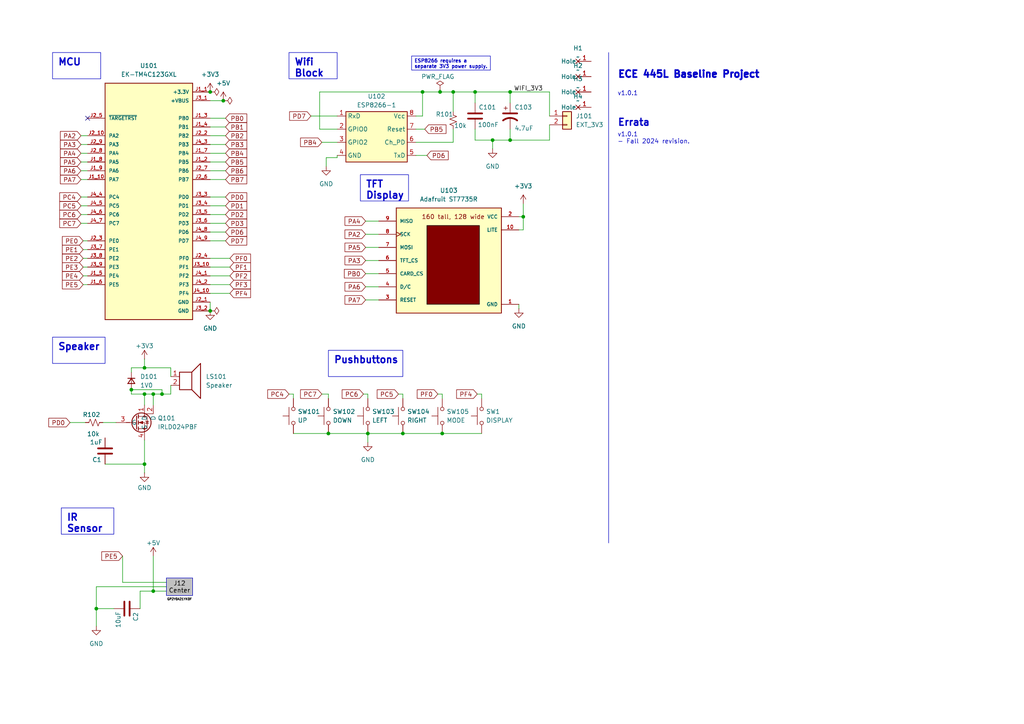
<source format=kicad_sch>
(kicad_sch (version 20231120) (generator "eeschema") (generator_version "8.0")
  (paper "A4")
  (title_block (title "ECE 445L Baseline Project") (date "2024-08-07") (rev "v1.0.1") (company "The University of Texas at Austin"))
  (lib_symbols
    (symbol "Connector_Generic:Conn_01x02" (pin_names (offset 1.016) hide)
      (property "Reference" "J" (at 0 2.54 0))
      (property "Value" "Conn_01x02" (at 0 -5.08 0))
      (symbol "Conn_01x02_1_1"
        (rectangle (start -1.27 -2.413) (end 0 -2.667) (stroke (width 0.1524)))
        (rectangle (start -1.27 0.127) (end 0 -0.127) (stroke (width 0.1524)))
        (rectangle (start -1.27 1.27) (end 1.27 -3.81) (stroke (width 0.254)) (fill (type background)))
        (pin passive line (at -5.08 0 0) (length 3.81) (name "Pin_1") (number "1"))
        (pin passive line (at -5.08 -2.54 0) (length 3.81) (name "Pin_2") (number "2"))
      )
    )
    (symbol "Device:D_Small" (pin_numbers hide) (pin_names (offset 0.254) hide)
      (property "Reference" "D" (at -1.27 2.032 0))
      (property "Value" "D_Small" (at -3.81 -2.032 0))
      (symbol "D_Small_0_1"
        (polyline (pts (xy -0.762 -1.016) (xy -0.762 1.016)) (stroke (width 0.254)))
        (polyline (pts (xy -0.762 0) (xy 0.762 0)))
        (polyline (pts (xy 0.762 -1.016) (xy -0.762 0) (xy 0.762 1.016) (xy 0.762 -1.016)) (stroke (width 0.254)))
      )
      (symbol "D_Small_1_1"
        (pin passive line (at -2.54 0 0) (length 1.778) (name "K") (number "1"))
        (pin passive line (at 2.54 0 180) (length 1.778) (name "A") (number "2"))
      )
    )
    (symbol "Device:Speaker" (pin_names (offset 0) hide)
      (property "Reference" "LS" (at 1.27 5.715 0))
      (property "Value" "Speaker" (at 1.27 3.81 0))
      (symbol "Speaker_0_0"
        (rectangle (start -2.54 1.27) (end 1.016 -3.81) (stroke (width 0.254)))
        (polyline (pts (xy 1.016 1.27) (xy 3.556 3.81) (xy 3.556 -6.35) (xy 1.016 -3.81)) (stroke (width 0.254)))
      )
      (symbol "Speaker_1_1"
        (pin input line (at -5.08 0 0) (length 2.54) (name "1") (number "1"))
        (pin input line (at -5.08 -2.54 0) (length 2.54) (name "2") (number "2"))
      )
    )
    (symbol "ECE445L:Adafruit_ST7735R" (pin_names (offset 1.016))
      (property "Reference" "U?" (at -15.24 16.002 0))
      (property "Value" "Adafruit ST7735R" (at -15.24 -17.78 0))
      (symbol "Adafruit_ST7735R_0_0"
        (rectangle (start -15.24 15.24) (end 15.24 -15.24) (stroke (width 0.254)) (fill (type background)))
      )
      (symbol "Adafruit_ST7735R_1_0"
        (pin power_in line (at 20.32 -12.7 180) (length 5.08) (name "GND") (number "1"))
        (pin power_in line (at 20.32 8.89 180) (length 5.08) (name "LITE") (number "10"))
        (pin power_in line (at 20.32 12.7 180) (length 5.08) (name "VCC") (number "2"))
        (pin input line (at -20.32 -11.43 0) (length 5.08) (name "RESET") (number "3"))
        (pin input line (at -20.32 -7.62 0) (length 5.08) (name "D/C") (number "4"))
        (pin input line (at -20.32 -3.81 0) (length 5.08) (name "CARD_CS") (number "5"))
        (pin input line (at -20.32 0 0) (length 5.08) (name "TFT_CS") (number "6"))
        (pin input line (at -20.32 3.81 0) (length 5.08) (name "MOSI") (number "7"))
        (pin input clock (at -20.32 7.62 0) (length 5.08) (name "SCK") (number "8"))
        (pin output line (at -20.32 11.43 0) (length 5.08) (name "MISO") (number "9"))
      )
      (symbol "Adafruit_ST7735R_1_1"
        (rectangle (start -6.35 10.16) (end 8.89 -12.7) (stroke (width 0) (color 0 0 0 1)) (fill (type color) (color 132 0 0 1)))
        (text "160 tall, 128 wide" (at 1.27 12.7 0) (effects (font (size 1.27 1.27))))
      )
    )
    (symbol "ECE445L:C" (pin_numbers hide) (pin_names (offset 0.254))
      (property "Reference" "C" (at 0.635 2.54 0))
      (property "Value" "C" (at 0.635 -2.54 0))
      (symbol "C_0_1"
        (polyline (pts (xy -2.032 -0.762) (xy 2.032 -0.762)) (stroke (width 0.508)))
        (polyline (pts (xy -2.032 0.762) (xy 2.032 0.762)) (stroke (width 0.508)))
      )
      (symbol "C_1_1"
        (pin passive line (at 0 3.81 270) (length 2.794) (name "~") (number "1"))
        (pin passive line (at 0 -3.81 90) (length 2.794) (name "~") (number "2"))
      )
    )
    (symbol "ECE445L:C_Polarized" (pin_numbers hide) (pin_names (offset 0.254) hide)
      (property "Reference" "C" (at 0.635 2.54 0))
      (property "Value" "C_Polarized" (at 0.635 -2.54 0))
      (symbol "C_Polarized_0_1"
        (polyline (pts (xy -2.032 0.762) (xy 2.032 0.762)) (stroke (width 0.508)))
        (polyline (pts (xy -1.778 2.286) (xy -0.762 2.286)))
        (polyline (pts (xy -1.27 1.778) (xy -1.27 2.794)))
        (arc (start 2.032 -1.27) (mid 0 -0.5572) (end -2.032 -1.27) (stroke (width 0.508)))
      )
      (symbol "C_Polarized_1_1"
        (pin passive line (at 0 3.81 270) (length 2.794) (name "~") (number "1"))
        (pin passive line (at 0 -3.81 90) (length 3.302) (name "~") (number "2"))
      )
    )
    (symbol "ECE445L:EK-TM4C123GXL" (pin_names (offset 1.016))
      (property "Reference" "U?" (at -12.7367 34.3099 0))
      (property "Value" "EK-TM4C123GXL" (at -12.7129 -38.1075 0))
      (symbol "EK-TM4C123GXL_0_0"
        (rectangle (start -12.7 -35.56) (end 12.7 33.02) (stroke (width 0.254)) (fill (type background)))
        (pin power_in line (at 17.78 30.48 180) (length 5.08) (name "+3.3V") (number "J1_1"))
        (pin bidirectional line (at -17.78 5.08 0) (length 5.08) (name "PA7") (number "J1_10"))
        (pin bidirectional line (at 17.78 22.86 180) (length 5.08) (name "PB0") (number "J1_3"))
        (pin bidirectional line (at 17.78 20.32 180) (length 5.08) (name "PB1") (number "J1_4"))
        (pin bidirectional line (at -17.78 -22.86 0) (length 5.08) (name "PE4") (number "J1_5"))
        (pin bidirectional line (at -17.78 -25.4 0) (length 5.08) (name "PE5") (number "J1_6"))
        (pin bidirectional line (at 17.78 12.7 180) (length 5.08) (name "PB4") (number "J1_7"))
        (pin bidirectional line (at -17.78 10.16 0) (length 5.08) (name "PA5") (number "J1_8"))
        (pin bidirectional line (at -17.78 7.62 0) (length 5.08) (name "PA6") (number "J1_9"))
        (pin power_in line (at 17.78 -30.48 180) (length 5.08) (name "GND") (number "J2_1"))
        (pin bidirectional line (at -17.78 17.78 0) (length 5.08) (name "PA2") (number "J2_10"))
        (pin bidirectional line (at 17.78 17.78 180) (length 5.08) (name "PB2") (number "J2_2"))
        (pin bidirectional line (at -17.78 -12.7 0) (length 5.08) (name "PE0") (number "J2_3"))
        (pin bidirectional line (at 17.78 -17.78 180) (length 5.08) (name "PF0") (number "J2_4"))
        (pin input line (at -17.78 22.86 0) (length 5.08) (name "~{TARGETRST}") (number "J2_5"))
        (pin bidirectional line (at 17.78 5.08 180) (length 5.08) (name "PB7") (number "J2_6"))
        (pin bidirectional line (at 17.78 7.62 180) (length 5.08) (name "PB6") (number "J2_7"))
        (pin bidirectional line (at -17.78 12.7 0) (length 5.08) (name "PA4") (number "J2_8"))
        (pin bidirectional line (at -17.78 15.24 0) (length 5.08) (name "PA3") (number "J2_9"))
        (pin power_in line (at 17.78 27.94 180) (length 5.08) (name "+VBUS") (number "J3_1"))
        (pin bidirectional line (at 17.78 -20.32 180) (length 5.08) (name "PF1") (number "J3_10"))
        (pin power_in line (at 17.78 -33.02 180) (length 5.08) (name "GND") (number "J3_2"))
        (pin bidirectional line (at 17.78 0 180) (length 5.08) (name "PD0") (number "J3_3"))
        (pin bidirectional line (at 17.78 -2.54 180) (length 5.08) (name "PD1") (number "J3_4"))
        (pin bidirectional line (at 17.78 -5.08 180) (length 5.08) (name "PD2") (number "J3_5"))
        (pin bidirectional line (at 17.78 -7.62 180) (length 5.08) (name "PD3") (number "J3_6"))
        (pin bidirectional line (at -17.78 -15.24 0) (length 5.08) (name "PE1") (number "J3_7"))
        (pin bidirectional line (at -17.78 -17.78 0) (length 5.08) (name "PE2") (number "J3_8"))
        (pin bidirectional line (at -17.78 -20.32 0) (length 5.08) (name "PE3") (number "J3_9"))
        (pin bidirectional line (at 17.78 -22.86 180) (length 5.08) (name "PF2") (number "J4_1"))
        (pin bidirectional line (at 17.78 -27.94 180) (length 5.08) (name "PF4") (number "J4_10"))
        (pin bidirectional line (at 17.78 -25.4 180) (length 5.08) (name "PF3") (number "J4_2"))
        (pin bidirectional line (at 17.78 15.24 180) (length 5.08) (name "PB3") (number "J4_3"))
        (pin bidirectional line (at -17.78 0 0) (length 5.08) (name "PC4") (number "J4_4"))
        (pin bidirectional line (at -17.78 -2.54 0) (length 5.08) (name "PC5") (number "J4_5"))
        (pin bidirectional line (at -17.78 -5.08 0) (length 5.08) (name "PC6") (number "J4_6"))
        (pin bidirectional line (at -17.78 -7.62 0) (length 5.08) (name "PC7") (number "J4_7"))
        (pin bidirectional line (at 17.78 -10.16 180) (length 5.08) (name "PD6") (number "J4_8"))
        (pin bidirectional line (at 17.78 -12.7 180) (length 5.08) (name "PD7") (number "J4_9"))
      )
      (symbol "EK-TM4C123GXL_1_0"
        (pin bidirectional line (at 17.78 10.16 180) (length 5.08) (name "PB5") (number "J1_2"))
      )
    )
    (symbol "ECE445L:ESP8266-1"
      (property "Reference" "U" (at 0 0 0))
      (property "Value" "ESP8266-1" (at 0 8.255 0))
      (symbol "ESP8266-1_1_1"
        (rectangle (start -8.255 6.985) (end 9.525 -7.62) (stroke (width 0.254)) (fill (type background)))
        (pin passive line (at -10.795 5.715 0) (length 2.54) (name "RxD") (number "1"))
        (pin passive line (at -10.795 1.905 0) (length 2.54) (name "GPIO0") (number "2"))
        (pin passive line (at -10.795 -1.905 0) (length 2.54) (name "GPIO2") (number "3"))
        (pin passive line (at -10.795 -5.715 0) (length 2.54) (name "GND") (number "4"))
        (pin passive line (at 12.065 -5.715 180) (length 2.54) (name "TxD") (number "5"))
        (pin passive line (at 12.065 -1.905 180) (length 2.54) (name "Ch_PD") (number "6"))
        (pin passive line (at 12.065 1.905 180) (length 2.54) (name "Reset") (number "7"))
        (pin passive line (at 12.065 5.715 180) (length 2.54) (name "Vcc") (number "8"))
      )
    )
    (symbol "ECE445L:IRLD024PBF"
      (property "Reference" "Q" (at 6.35 5.715 0))
      (property "Value" "IRLD024PBF" (at 16.51 -1.905 0))
      (symbol "IRLD024PBF_0_1"
        (polyline (pts (xy 11.43 0.635) (xy 8.636 0.635)))
        (polyline (pts (xy 11.684 2.54) (xy 11.684 -1.27)) (stroke (width 0.254)))
        (polyline (pts (xy 12.192 -0.635) (xy 12.192 -1.651)) (stroke (width 0.254)))
        (polyline (pts (xy 12.192 1.143) (xy 12.192 0.127)) (stroke (width 0.254)))
        (polyline (pts (xy 12.192 2.921) (xy 12.192 1.905)) (stroke (width 0.254)))
        (polyline (pts (xy 13.97 3.175) (xy 13.97 2.413)))
        (polyline (pts (xy 16.51 3.175) (xy 13.97 3.175)))
        (polyline (pts (xy 13.97 -1.905) (xy 13.97 0.635) (xy 12.192 0.635)))
        (polyline (pts (xy 12.192 -1.143) (xy 14.732 -1.143) (xy 14.732 2.413) (xy 12.192 2.413)))
        (polyline (pts (xy 12.446 0.635) (xy 13.462 1.016) (xy 13.462 0.254) (xy 12.446 0.635)) (fill (type outline)))
        (polyline (pts (xy 14.224 1.143) (xy 14.351 1.016) (xy 15.113 1.016) (xy 15.24 0.889)))
        (polyline (pts (xy 14.732 1.016) (xy 14.351 0.381) (xy 15.113 0.381) (xy 14.732 1.016)))
        (circle (center 13.081 0.635) (radius 2.794) (stroke (width 0.254)))
        (circle (center 13.97 -1.143) (radius 0.254) (fill (type outline)))
        (circle (center 13.97 2.413) (radius 0.254) (fill (type outline)))
      )
      (symbol "IRLD024PBF_1_1"
        (pin passive line (at 13.97 5.715 270) (length 2.54) (name "D") (number "1"))
        (pin passive line (at 16.51 5.715 270) (length 2.54) (name "D") (number "2"))
        (pin input line (at 5.715 0.635 0) (length 4) (name "G") (number "3"))
        (pin passive line (at 13.97 -4.445 90) (length 2.54) (name "S") (number "4"))
      )
    )
    (symbol "ECE445L:MountingHole"
      (property "Reference" "H" (at 0 0 0))
      (symbol "MountingHole_1_1"
        (pin power_in non_logic (at 0 0 180) (length 3.81) (name "Hole") (number "1"))
      )
    )
    (symbol "ECE445L:R_0.125W" (pin_numbers hide) (pin_names (offset 0.254) hide)
      (property "Reference" "R" (at 0.762 0.508 0))
      (property "Value" "R_0.125W" (at 0.762 -1.016 0))
      (symbol "R_0.125W_1_1"
        (polyline (pts (xy 0 0) (xy 1.016 -0.381) (xy 0 -0.762) (xy -1.016 -1.143) (xy 0 -1.524)))
        (polyline (pts (xy 0 1.524) (xy 1.016 1.143) (xy 0 0.762) (xy -1.016 0.381) (xy 0 0)))
        (pin passive line (at 0 2.54 270) (length 1.016) (name "~") (number "1"))
        (pin passive line (at 0 -2.54 90) (length 1.016) (name "~") (number "2"))
      )
    )
    (symbol "Switch:SW_Push" (pin_numbers hide) (pin_names (offset 1.016) hide)
      (property "Reference" "SW" (at 1.27 2.54 0))
      (property "Value" "SW_Push" (at 0 -1.524 0))
      (symbol "SW_Push_0_1"
        (circle (center -2.032 0) (radius 0.508))
        (polyline (pts (xy 0 1.27) (xy 0 3.048)))
        (polyline (pts (xy 2.54 1.27) (xy -2.54 1.27)))
        (circle (center 2.032 0) (radius 0.508))
        (pin passive line (at -5.08 0 0) (length 2.54) (name "1") (number "1"))
        (pin passive line (at 5.08 0 180) (length 2.54) (name "2") (number "2"))
      )
    )
    (symbol "power:+3V3" (power) (pin_numbers hide) (pin_names (offset 0) hide)
      (property "Value" "+3V3" (at 0 3.556 0))
      (symbol "+3V3_0_1"
        (polyline (pts (xy -0.762 1.27) (xy 0 2.54)))
        (polyline (pts (xy 0 0) (xy 0 2.54)))
        (polyline (pts (xy 0 2.54) (xy 0.762 1.27)))
      )
      (symbol "+3V3_1_1"
        (pin power_in line (at 0 0 90) (length 0) (name "~") (number "1"))
      )
    )
    (symbol "power:+5V" (power) (pin_numbers hide) (pin_names (offset 0) hide)
      (property "Value" "+5V" (at 0 3.556 0))
      (symbol "+5V_0_1"
        (polyline (pts (xy -0.762 1.27) (xy 0 2.54)))
        (polyline (pts (xy 0 0) (xy 0 2.54)))
        (polyline (pts (xy 0 2.54) (xy 0.762 1.27)))
      )
      (symbol "+5V_1_1"
        (pin power_in line (at 0 0 90) (length 0) (name "~") (number "1"))
      )
    )
    (symbol "power:GND" (power) (pin_numbers hide) (pin_names (offset 0) hide)
      (property "Value" "GND" (at 0 -3.81 0))
      (symbol "GND_0_1"
        (polyline (pts (xy 0 0) (xy 0 -1.27) (xy 1.27 -1.27) (xy 0 -2.54) (xy -1.27 -1.27) (xy 0 -1.27)))
      )
      (symbol "GND_1_1"
        (pin power_in line (at 0 0 270) (length 0) (name "~") (number "1"))
      )
    )
    (symbol "power:PWR_FLAG" (power) (pin_numbers hide) (pin_names (offset 0) hide)
      (property "Value" "PWR_FLAG" (at 0 3.81 0))
      (symbol "PWR_FLAG_0_0"
        (pin power_out line (at 0 0 90) (length 0) (name "~") (number "1"))
      )
      (symbol "PWR_FLAG_0_1"
        (polyline (pts (xy 0 0) (xy 0 1.27) (xy -1.016 1.905) (xy 0 2.54) (xy 1.016 1.905) (xy 0 1.27)))
      )
    )
  )
  (junction (at 60.96 26.67))
  (junction (at 106.68 125.73))
  (junction (at 127.635 26.67))
  (junction (at 147.955 26.67))
  (junction (at 41.91 134.62))
  (junction (at 41.91 106.68))
  (junction (at 44.45 114.3))
  (junction (at 128.27 125.73))
  (junction (at 122.555 26.67))
  (junction (at 137.795 26.67))
  (junction (at 44.45 171.45))
  (junction (at 147.955 40.64))
  (junction (at 46.99 114.3))
  (junction (at 60.96 90.17))
  (junction (at 41.91 114.3))
  (junction (at 142.875 40.64))
  (junction (at 131.445 26.67))
  (junction (at 95.25 125.73))
  (junction (at 116.84 125.73))
  (junction (at 151.765 62.865))
  (junction (at 64.77 29.21))
  (junction (at 27.94 176.53))
  (junction (at 38.1 113.03))
  (no_connect (at 25.4 34.29))
  (wire (pts (xy 60.96 41.91) (xy 65.405 41.91)))
  (wire (pts (xy 106.045 71.755) (xy 109.855 71.755)))
  (wire (pts (xy 93.345 41.275) (xy 97.79 41.275)))
  (wire (pts (xy 93.345 114.3) (xy 95.25 114.3)))
  (wire (pts (xy 35.56 161.29) (xy 35.56 168.91)))
  (wire (pts (xy 85.09 114.3) (xy 85.09 115.57)))
  (wire (pts (xy 128.27 114.3) (xy 128.27 115.57)))
  (wire (pts (xy 60.96 52.07) (xy 65.405 52.07)))
  (wire (pts (xy 60.96 36.83) (xy 65.405 36.83)))
  (wire (pts (xy 46.99 113.03) (xy 46.99 114.3)))
  (wire (pts (xy 106.68 125.73) (xy 106.68 128.27)))
  (wire (pts (xy 27.94 176.53) (xy 33.02 176.53)))
  (wire (pts (xy 20.32 122.555) (xy 24.765 122.555)))
  (wire (pts (xy 38.1 106.68) (xy 41.91 106.68)))
  (wire (pts (xy 94.615 45.72) (xy 94.615 48.26)))
  (wire (pts (xy 106.045 79.375) (xy 109.855 79.375)))
  (wire (pts (xy 60.96 69.85) (xy 65.405 69.85)))
  (wire (pts (xy 131.445 41.275) (xy 131.445 37.465)))
  (wire (pts (xy 46.99 114.3) (xy 49.53 114.3)))
  (wire (pts (xy 23.495 64.77) (xy 25.4 64.77)))
  (wire (pts (xy 147.955 40.64) (xy 159.385 40.64)))
  (wire (pts (xy 120.65 45.085) (xy 123.825 45.085)))
  (wire (pts (xy 60.96 77.47) (xy 66.675 77.47)))
  (wire (pts (xy 49.53 111.76) (xy 49.53 114.3)))
  (wire (pts (xy 92.71 26.67) (xy 92.71 37.465)))
  (wire (pts (xy 106.045 75.565) (xy 109.855 75.565)))
  (wire (pts (xy 24.13 77.47) (xy 25.4 77.47)))
  (wire (pts (xy 139.7 114.3) (xy 139.7 115.57)))
  (wire (pts (xy 44.45 161.29) (xy 44.45 171.45)))
  (wire (pts (xy 85.09 125.73) (xy 95.25 125.73)))
  (wire (pts (xy 23.495 62.23) (xy 25.4 62.23)))
  (wire (pts (xy 41.91 106.68) (xy 49.53 106.68)))
  (wire (pts (xy 97.79 45.72) (xy 94.615 45.72)))
  (wire (pts (xy 23.495 41.91) (xy 25.4 41.91)))
  (wire (pts (xy 142.875 40.64) (xy 137.795 40.64)))
  (wire (pts (xy 41.91 104.14) (xy 41.91 106.68)))
  (wire (pts (xy 41.91 134.62) (xy 41.91 137.16)))
  (wire (pts (xy 29.845 122.555) (xy 33.655 122.555)))
  (wire (pts (xy 60.96 39.37) (xy 65.405 39.37)))
  (wire (pts (xy 60.96 87.63) (xy 60.96 90.17)))
  (wire (pts (xy 41.91 114.3) (xy 44.45 114.3)))
  (wire (pts (xy 131.445 26.67) (xy 127.635 26.67)))
  (wire (pts (xy 35.56 168.91) (xy 48.26 168.91)))
  (wire (pts (xy 24.13 72.39) (xy 25.4 72.39)))
  (wire (pts (xy 83.82 114.3) (xy 85.09 114.3)))
  (wire (pts (xy 38.1 106.68) (xy 38.1 107.95)))
  (wire (pts (xy 60.96 85.09) (xy 66.675 85.09)))
  (wire (pts (xy 24.13 69.85) (xy 25.4 69.85)))
  (wire (pts (xy 38.1 114.3) (xy 41.91 114.3)))
  (wire (pts (xy 127.635 26.035) (xy 127.635 26.67)))
  (wire (pts (xy 23.495 49.53) (xy 25.4 49.53)))
  (wire (pts (xy 60.96 80.01) (xy 66.675 80.01)))
  (wire (pts (xy 120.65 33.655) (xy 122.555 33.655)))
  (wire (pts (xy 60.96 34.29) (xy 65.405 34.29)))
  (wire (pts (xy 151.765 59.055) (xy 151.765 62.865)))
  (wire (pts (xy 127 114.3) (xy 128.27 114.3)))
  (wire (pts (xy 38.1 113.03) (xy 46.99 113.03)))
  (wire (pts (xy 24.13 80.01) (xy 25.4 80.01)))
  (wire (pts (xy 27.94 176.53) (xy 27.94 170.18)))
  (wire (pts (xy 106.045 67.945) (xy 109.855 67.945)))
  (wire (pts (xy 95.25 114.3) (xy 95.25 115.57)))
  (wire (pts (xy 97.79 45.085) (xy 97.79 45.72)))
  (wire (pts (xy 23.495 39.37) (xy 25.4 39.37)))
  (wire (pts (xy 95.25 125.73) (xy 106.68 125.73)))
  (wire (pts (xy 115.57 114.3) (xy 116.84 114.3)))
  (wire (pts (xy 120.65 37.465) (xy 123.19 37.465)))
  (wire (pts (xy 23.495 44.45) (xy 25.4 44.45)))
  (wire (pts (xy 138.43 114.3) (xy 139.7 114.3)))
  (wire (pts (xy 90.17 33.655) (xy 97.79 33.655)))
  (wire (pts (xy 60.96 29.21) (xy 64.77 29.21)))
  (wire (pts (xy 142.875 40.64) (xy 147.955 40.64)))
  (wire (pts (xy 137.795 26.67) (xy 131.445 26.67)))
  (wire (pts (xy 106.045 64.135) (xy 109.855 64.135)))
  (polyline (pts (xy 176.53 15.24) (xy 176.53 157.48)))
  (wire (pts (xy 24.13 82.55) (xy 25.4 82.55)))
  (wire (pts (xy 23.495 52.07) (xy 25.4 52.07)))
  (wire (pts (xy 106.045 83.185) (xy 109.855 83.185)))
  (wire (pts (xy 151.765 66.675) (xy 151.765 62.865)))
  (wire (pts (xy 44.45 171.45) (xy 48.26 171.45)))
  (wire (pts (xy 27.94 181.61) (xy 27.94 176.53)))
  (wire (pts (xy 30.48 134.62) (xy 41.91 134.62)))
  (wire (pts (xy 147.955 26.67) (xy 137.795 26.67)))
  (wire (pts (xy 106.045 86.995) (xy 109.855 86.995)))
  (wire (pts (xy 44.45 114.3) (xy 46.99 114.3)))
  (wire (pts (xy 23.495 46.99) (xy 25.4 46.99)))
  (wire (pts (xy 105.41 114.3) (xy 106.68 114.3)))
  (wire (pts (xy 127.635 26.67) (xy 122.555 26.67)))
  (wire (pts (xy 116.84 125.73) (xy 128.27 125.73)))
  (wire (pts (xy 150.495 66.675) (xy 151.765 66.675)))
  (wire (pts (xy 137.795 40.64) (xy 137.795 37.465)))
  (wire (pts (xy 159.385 36.195) (xy 159.385 40.64)))
  (wire (pts (xy 97.79 37.465) (xy 92.71 37.465)))
  (wire (pts (xy 60.96 64.77) (xy 65.405 64.77)))
  (wire (pts (xy 150.495 88.265) (xy 150.495 89.535)))
  (wire (pts (xy 137.795 26.67) (xy 137.795 29.845)))
  (wire (pts (xy 120.65 41.275) (xy 131.445 41.275)))
  (wire (pts (xy 41.91 114.3) (xy 41.91 117.475)))
  (wire (pts (xy 142.875 43.18) (xy 142.875 40.64)))
  (wire (pts (xy 106.68 114.3) (xy 106.68 115.57)))
  (wire (pts (xy 122.555 33.655) (xy 122.555 26.67)))
  (wire (pts (xy 40.64 176.53) (xy 40.64 171.45)))
  (wire (pts (xy 60.96 82.55) (xy 66.675 82.55)))
  (wire (pts (xy 60.96 74.93) (xy 66.675 74.93)))
  (wire (pts (xy 116.84 114.3) (xy 116.84 115.57)))
  (wire (pts (xy 106.68 125.73) (xy 116.84 125.73)))
  (wire (pts (xy 131.445 26.67) (xy 131.445 32.385)))
  (wire (pts (xy 44.45 114.3) (xy 44.45 117.475)))
  (wire (pts (xy 60.96 44.45) (xy 65.405 44.45)))
  (wire (pts (xy 60.96 67.31) (xy 65.405 67.31)))
  (wire (pts (xy 60.96 57.15) (xy 65.405 57.15)))
  (wire (pts (xy 27.94 170.18) (xy 48.26 170.18)))
  (wire (pts (xy 23.495 57.15) (xy 25.4 57.15)))
  (wire (pts (xy 49.53 106.68) (xy 49.53 109.22)))
  (wire (pts (xy 41.91 127.635) (xy 41.91 134.62)))
  (wire (pts (xy 147.955 40.64) (xy 147.955 37.465)))
  (wire (pts (xy 60.96 59.69) (xy 65.405 59.69)))
  (wire (pts (xy 147.955 26.67) (xy 147.955 29.845)))
  (wire (pts (xy 122.555 26.67) (xy 92.71 26.67)))
  (wire (pts (xy 23.495 59.69) (xy 25.4 59.69)))
  (wire (pts (xy 40.64 171.45) (xy 44.45 171.45)))
  (wire (pts (xy 60.96 46.99) (xy 65.405 46.99)))
  (wire (pts (xy 128.27 125.73) (xy 139.7 125.73)))
  (wire (pts (xy 159.385 26.67) (xy 159.385 33.655)))
  (wire (pts (xy 150.495 62.865) (xy 151.765 62.865)))
  (wire (pts (xy 60.96 62.23) (xy 65.405 62.23)))
  (wire (pts (xy 60.96 49.53) (xy 65.405 49.53)))
  (wire (pts (xy 24.13 74.93) (xy 25.4 74.93)))
  (wire (pts (xy 159.385 26.67) (xy 147.955 26.67)))
  (wire (pts (xy 38.1 114.3) (xy 38.1 113.03)))
  (rectangle (start 48.26 167.64) (end 55.88 172.72) (fill (type color) (color 193 193 193 1)))
  (text_box "MCU" (at 15.24 15.24 0) (size 13.97 7.62) (effects (font (size 2 2) (thickness 0.4) (bold yes)) (justify left top)))
  (text_box "ESP8266 requires a separate 3V3 power supply." (at 119.38 16.256 0) (size 22.86 4.064) (effects (font (size 1 1) (bold yes)) (justify left top)))
  (text_box "Speaker" (at 15.24 97.79 0) (size 15.24 7.62) (effects (font (size 2 2) (thickness 0.4) (bold yes)) (justify left top)))
  (text_box "Pushbuttons" (at 95.25 101.6 0) (size 21.59 7.62) (effects (font (size 2 2) (thickness 0.4) (bold yes)) (justify left top)))
  (text_box "TFT Display" (at 104.521 50.673 0) (size 13.97 7.62) (effects (font (size 2 2) (thickness 0.4) (bold yes)) (justify left top)))
  (text_box "IR Sensor\n" (at 17.78 147.32 0) (size 15.24 7.62) (effects (font (size 2 2) (thickness 0.4) (bold yes)) (justify left top)))
  (text_box "Wifi Block" (at 83.82 15.24 0) (size 13.97 7.62) (effects (font (size 2 2) (thickness 0.4) (bold yes)) (justify left top)))
  (text "v1.0.1\n- Fall 2024 revision." (at 179.07 41.91 0) (effects (font (size 1.27 1.27)) (justify left bottom)))
  (text "GP2Y0A21YK0F" (at 52.07 173.99 0) (effects (font (size 0.635 0.635))))
  (text "ECE 445L Baseline Project" (at 179.07 22.86 0) (effects (font (size 2 2) (thickness 0.6) (bold yes)) (justify left bottom)))
  (text "v1.0.1" (at 179.07 27.94 0) (effects (font (size 1.27 1.27)) (justify left bottom)))
  (text "J12\nCenter" (at 52.07 170.434 0) (effects (font (size 1.27 1.27))))
  (text "Errata" (at 179.07 36.83 0) (effects (font (size 2 2) (thickness 0.4) (bold yes)) (justify left bottom)))
  (label "WIFI_3V3" (at 157.48 26.67 180))
  (global_label "PC5" (shape input) (at 23.495 59.69 180) (property "Intersheetrefs" "${INTERSHEET_REFS}" (effects (hide yes))))
  (global_label "PB6" (shape input) (at 65.405 49.53 0) (property "Intersheetrefs" "${INTERSHEET_REFS}" (effects (hide yes))))
  (global_label "PB2" (shape input) (at 65.405 39.37 0) (property "Intersheetrefs" "${INTERSHEET_REFS}" (effects (hide yes))))
  (global_label "PA7" (shape input) (at 23.495 52.07 180) (property "Intersheetrefs" "${INTERSHEET_REFS}" (effects (hide yes))))
  (global_label "PA4" (shape input) (at 23.495 44.45 180) (property "Intersheetrefs" "${INTERSHEET_REFS}" (effects (hide yes))))
  (global_label "PB5" (shape input) (at 65.405 46.99 0) (property "Intersheetrefs" "${INTERSHEET_REFS}" (effects (hide yes))))
  (global_label "PB3" (shape input) (at 65.405 41.91 0) (property "Intersheetrefs" "${INTERSHEET_REFS}" (effects (hide yes))))
  (global_label "PD7" (shape input) (at 65.405 69.85 0) (property "Intersheetrefs" "${INTERSHEET_REFS}" (effects (hide yes))))
  (global_label "PE0" (shape input) (at 24.13 69.85 180) (property "Intersheetrefs" "${INTERSHEET_REFS}" (effects (hide yes))))
  (global_label "PD1" (shape input) (at 65.405 59.69 0) (property "Intersheetrefs" "${INTERSHEET_REFS}" (effects (hide yes))))
  (global_label "PE5" (shape input) (at 35.56 161.29 180) (property "Intersheetrefs" "${INTERSHEET_REFS}" (effects (hide yes))))
  (global_label "PF4" (shape input) (at 66.675 85.09 0) (property "Intersheetrefs" "${INTERSHEET_REFS}" (effects (hide yes))))
  (global_label "PE3" (shape input) (at 24.13 77.47 180) (property "Intersheetrefs" "${INTERSHEET_REFS}" (effects (hide yes))))
  (global_label "PC7" (shape input) (at 23.495 64.77 180) (property "Intersheetrefs" "${INTERSHEET_REFS}" (effects (hide yes))))
  (global_label "PA2" (shape input) (at 106.045 67.945 180) (property "Intersheetrefs" "${INTERSHEET_REFS}" (effects (hide yes))))
  (global_label "PD7" (shape input) (at 90.17 33.655 180) (property "Intersheetrefs" "${INTERSHEET_REFS}" (effects (hide yes))))
  (global_label "PB4" (shape input) (at 93.345 41.275 180) (property "Intersheetrefs" "${INTERSHEET_REFS}" (effects (hide yes))))
  (global_label "PC7" (shape input) (at 93.345 114.3 180) (property "Intersheetrefs" "${INTERSHEET_REFS}" (effects (hide yes))))
  (global_label "PF4" (shape input) (at 138.43 114.3 180) (property "Intersheetrefs" "${INTERSHEET_REFS}" (effects (hide yes))))
  (global_label "PE2" (shape input) (at 24.13 74.93 180) (property "Intersheetrefs" "${INTERSHEET_REFS}" (effects (hide yes))))
  (global_label "PA3" (shape input) (at 23.495 41.91 180) (property "Intersheetrefs" "${INTERSHEET_REFS}" (effects (hide yes))))
  (global_label "PE4" (shape input) (at 24.13 80.01 180) (property "Intersheetrefs" "${INTERSHEET_REFS}" (effects (hide yes))))
  (global_label "PC4" (shape input) (at 23.495 57.15 180) (property "Intersheetrefs" "${INTERSHEET_REFS}" (effects (hide yes))))
  (global_label "PB0" (shape input) (at 65.405 34.29 0) (property "Intersheetrefs" "${INTERSHEET_REFS}" (effects (hide yes))))
  (global_label "PE1" (shape input) (at 24.13 72.39 180) (property "Intersheetrefs" "${INTERSHEET_REFS}" (effects (hide yes))))
  (global_label "PF3" (shape input) (at 66.675 82.55 0) (property "Intersheetrefs" "${INTERSHEET_REFS}" (effects (hide yes))))
  (global_label "PC4" (shape input) (at 83.82 114.3 180) (property "Intersheetrefs" "${INTERSHEET_REFS}" (effects (hide yes))))
  (global_label "PD3" (shape input) (at 65.405 64.77 0) (property "Intersheetrefs" "${INTERSHEET_REFS}" (effects (hide yes))))
  (global_label "PC6" (shape input) (at 105.41 114.3 180) (property "Intersheetrefs" "${INTERSHEET_REFS}" (effects (hide yes))))
  (global_label "PD0" (shape input) (at 65.405 57.15 0) (property "Intersheetrefs" "${INTERSHEET_REFS}" (effects (hide yes))))
  (global_label "PB7" (shape input) (at 65.405 52.07 0) (property "Intersheetrefs" "${INTERSHEET_REFS}" (effects (hide yes))))
  (global_label "PD6" (shape input) (at 123.825 45.085 0) (property "Intersheetrefs" "${INTERSHEET_REFS}" (effects (hide yes))))
  (global_label "PA2" (shape input) (at 23.495 39.37 180) (property "Intersheetrefs" "${INTERSHEET_REFS}" (effects (hide yes))))
  (global_label "PA7" (shape input) (at 106.045 86.995 180) (property "Intersheetrefs" "${INTERSHEET_REFS}" (effects (hide yes))))
  (global_label "PD0" (shape input) (at 20.32 122.555 180) (property "Intersheetrefs" "${INTERSHEET_REFS}" (effects (hide yes))))
  (global_label "PA6" (shape input) (at 106.045 83.185 180) (property "Intersheetrefs" "${INTERSHEET_REFS}" (effects (hide yes))))
  (global_label "PF0" (shape input) (at 66.675 74.93 0) (property "Intersheetrefs" "${INTERSHEET_REFS}" (effects (hide yes))))
  (global_label "PC6" (shape input) (at 23.495 62.23 180) (property "Intersheetrefs" "${INTERSHEET_REFS}" (effects (hide yes))))
  (global_label "PC5" (shape input) (at 115.57 114.3 180) (property "Intersheetrefs" "${INTERSHEET_REFS}" (effects (hide yes))))
  (global_label "PE5" (shape input) (at 24.13 82.55 180) (property "Intersheetrefs" "${INTERSHEET_REFS}" (effects (hide yes))))
  (global_label "PF0" (shape input) (at 127 114.3 180) (property "Intersheetrefs" "${INTERSHEET_REFS}" (effects (hide yes))))
  (global_label "PB5" (shape input) (at 123.19 37.465 0) (property "Intersheetrefs" "${INTERSHEET_REFS}" (effects (hide yes))))
  (global_label "PA3" (shape input) (at 106.045 75.565 180) (property "Intersheetrefs" "${INTERSHEET_REFS}" (effects (hide yes))))
  (global_label "PD6" (shape input) (at 65.405 67.31 0) (property "Intersheetrefs" "${INTERSHEET_REFS}" (effects (hide yes))))
  (global_label "PA4" (shape input) (at 106.045 64.135 180) (property "Intersheetrefs" "${INTERSHEET_REFS}" (effects (hide yes))))
  (global_label "PF1" (shape input) (at 66.675 77.47 0) (property "Intersheetrefs" "${INTERSHEET_REFS}" (effects (hide yes))))
  (global_label "PB1" (shape input) (at 65.405 36.83 0) (property "Intersheetrefs" "${INTERSHEET_REFS}" (effects (hide yes))))
  (global_label "PA6" (shape input) (at 23.495 49.53 180) (property "Intersheetrefs" "${INTERSHEET_REFS}" (effects (hide yes))))
  (global_label "PA5" (shape input) (at 106.045 71.755 180) (property "Intersheetrefs" "${INTERSHEET_REFS}" (effects (hide yes))))
  (global_label "PD2" (shape input) (at 65.405 62.23 0) (property "Intersheetrefs" "${INTERSHEET_REFS}" (effects (hide yes))))
  (global_label "PF2" (shape input) (at 66.675 80.01 0) (property "Intersheetrefs" "${INTERSHEET_REFS}" (effects (hide yes))))
  (global_label "PB0" (shape input) (at 106.045 79.375 180) (property "Intersheetrefs" "${INTERSHEET_REFS}" (effects (hide yes))))
  (global_label "PB4" (shape input) (at 65.405 44.45 0) (property "Intersheetrefs" "${INTERSHEET_REFS}" (effects (hide yes))))
  (global_label "PA5" (shape input) (at 23.495 46.99 180) (property "Intersheetrefs" "${INTERSHEET_REFS}" (effects (hide yes))))
  (symbol (lib_id "power:PWR_FLAG") (at 60.96 90.17 270) (unit 1)
    (property "Reference" "#FLG0102" (effects (hide yes)))
    (property "Value" "PWR_FLAG" (effects (hide yes)))
    (property "Description" "Special symbol for telling ERC where power comes from" (effects (hide yes)))
  )
  (symbol (lib_id "Device:D_Small") (at 38.1 110.49 270) (unit 1)
    (property "Reference" "D101" (at 40.64 109.22 90) (effects (justify left)))
    (property "Value" "1V0" (at 40.64 111.76 90) (effects (justify left)))
    (property "Footprint" "Diode_THT:D_5W_P12.70mm_Horizontal" (effects (hide yes)))
    (property "Description" "Diode, small symbol" (effects (hide yes)))
    (property "Cost" "0.10 " (effects (hide yes)))
    (property "Distributor" "Mouser" (effects (hide yes)))
    (property "Manufacturer" "onsemi" (effects (hide yes)))
    (property "P/N" "1N914 " (effects (hide yes)))
    (property "Sim.Device" "D" (effects (hide yes)))
    (property "Sim.Pins" "1=K 2=A" (effects (hide yes)))
  )
  (symbol (lib_id "ECE445L:EK-TM4C123GXL") (at 43.18 57.15 0) (unit 1)
    (property "Reference" "U101" (at 43.18 19.05 0))
    (property "Value" "EK-TM4C123GXL" (at 43.18 21.59 0))
    (property "Footprint" "ECE445L:ti_EKTM4C123GXL" (effects (hide yes)))
    (property "Datasheet" "https://www.ti.com/lit/ds/symlink/tm4c123gh6pm.pdf?ts=1693244962384&ref_url=https%253A%252F%252Fwww.google.com%252F" (effects (hide yes)))
    (property "Distributor" "Mouser" (effects (hide yes)))
    (property "Manufacturer" "Texas Instruments" (effects (hide yes)))
    (property "P/N" "EK-TM4C123GXL" (effects (hide yes)))
    (property "Cost" "22.60" (effects (hide yes)))
  )
  (symbol (lib_id "ECE445L:IRLD024PBF") (at 27.94 123.19 0) (unit 1)
    (property "Reference" "Q101" (at 45.72 121.2849 0) (effects (justify left)))
    (property "Value" "IRLD024PBF" (at 45.72 123.8249 0) (effects (justify left)))
    (property "Footprint" "ECE445L:DIP920W60P254L490H457Q4N" (effects (hide yes)))
    (property "Datasheet" "http://www.vishay.com/docs/91308/sihld24.pdf" (effects (hide yes)))
    (property "Description" "Vishay IRLD024PBF N-channel MOSFET Transistor, 2.5 A, 60 V, 4-Pin HVMDIP" (effects (hide yes)))
    (property "Cost" "1.67" (effects (hide yes)))
    (property "Distributor" "Mouser" (effects (hide yes)))
    (property "Manufacturer" "Vishay" (effects (hide yes)))
    (property "P/N" "IRLD024PBF" (effects (hide yes)))
    (property "Sim.Device" "NMOS" (effects (hide yes)))
    (property "Sim.Type" "VDMOS" (effects (hide yes)))
    (property "Sim.Pins" "1=D 2=G 3=S" (effects (hide yes)))
    (property "Height" "4.57" (effects (hide yes)))
    (property "Mouser Part Number" "844-IRLD024PBF" (effects (hide yes)))
    (property "Mouser Price/Stock" "https://www.mouser.co.uk/ProductDetail/Vishay-Siliconix/IRLD024PBF?qs=cvaI6ThkwxvrmVanJu5OcQ%3D%3D" (effects (hide yes)))
    (property "Manufacturer_Name" "Vishay" (effects (hide yes)))
    (property "Manufacturer_Part_Number" "IRLD024PBF" (effects (hide yes)))
  )
  (symbol (lib_id "power:PWR_FLAG") (at 64.77 29.21 270) (unit 1)
    (property "Reference" "#FLG0103" (effects (hide yes)))
    (property "Value" "PWR_FLAG" (effects (hide yes)))
    (property "Description" "Special symbol for telling ERC where power comes from" (effects (hide yes)))
  )
  (symbol (lib_id "Switch:SW_Push") (at 85.09 120.65 90) (unit 1)
    (property "Reference" "SW101" (at 86.36 119.38 90) (effects (justify right)))
    (property "Value" "UP" (at 86.36 121.92 90) (effects (justify right)))
    (property "Footprint" "Button_Switch_THT:SW_PUSH_6mm" (effects (hide yes)))
    (property "Description" "Push button switch, generic, two pins" (effects (hide yes)))
  )
  (symbol (lib_id "ECE445L:MountingHole") (at 171.45 22.225 0) (unit 1)
    (property "Reference" "H2" (at 167.64 19.05 0))
    (property "Value" "~" (at 167.64 20.32 0))
    (property "Footprint" "ECE445L:MountingHole_4_40" (effects (hide yes)))
    (property "Description" "Drill hole for 4-40 screw" (effects (hide yes)))
  )
  (symbol (lib_id "Connector_Generic:Conn_01x02") (at 164.465 33.655 0) (unit 1)
    (property "Reference" "J101" (at 167.005 33.655 0) (effects (justify left)))
    (property "Value" "EXT_3V3" (at 167.005 36.195 0) (effects (justify left)))
    (property "Footprint" "Connector_Samtec_HPM_THT:Samtec_HPM-02-01-x-S_Straight_1x02_Pitch5.08mm" (effects (hide yes)))
    (property "Description" "Generic connector, single row, 01x02, script generated (kicad-library-utils/schlib/autogen/connector/)" (effects (hide yes)))
  )
  (symbol (lib_id "ECE445L:C_Polarized") (at 147.955 33.655 0) (unit 1)
    (property "Reference" "C103" (at 149.225 31.115 0) (effects (justify left)))
    (property "Value" "4.7uF" (at 149.225 37.211 0) (effects (justify left)))
    (property "Footprint" "ECE445L:CP_Radial_Tantal200mil" (effects (hide yes)))
    (property "Description" "Polarized capacitor, US symbol" (effects (hide yes)))
  )
  (symbol (lib_id "Switch:SW_Push") (at 139.7 120.65 90) (unit 1)
    (property "Reference" "SW1" (at 140.97 119.38 90) (effects (justify right)))
    (property "Value" "DISPLAY" (at 140.97 121.92 90) (effects (justify right)))
    (property "Footprint" "Button_Switch_THT:SW_PUSH_6mm" (effects (hide yes)))
    (property "Description" "Push button switch, generic, two pins" (effects (hide yes)))
  )
  (symbol (lib_id "ECE445L:C") (at 36.83 176.53 270) (unit 1)
    (property "Reference" "C2" (at 39.37 177.546 0) (effects (justify left)))
    (property "Value" "10uF" (at 34.29 177.292 0) (effects (justify left)))
    (property "Footprint" "ECE445L:C_Axial_200mil" (effects (hide yes)))
    (property "Description" "Unpolarized capacitor" (effects (hide yes)))
  )
  (symbol (lib_id "power:GND") (at 94.615 48.26 0) (unit 1)
    (property "Reference" "#PWR03" (effects (hide yes)))
    (property "Value" "GND" (at 94.615 53.34 0))
    (property "Description" "Power symbol creates a global label with name \"GND\" , ground" (effects (hide yes)))
  )
  (symbol (lib_id "power:+5V") (at 64.77 29.21 0) (unit 1)
    (property "Reference" "#PWR0105" (effects (hide yes)))
    (property "Value" "+5V" (at 64.77 24.13 0))
    (property "Description" "Power symbol creates a global label with name \"+5V\"" (effects (hide yes)))
  )
  (symbol (lib_id "power:GND") (at 106.68 128.27 0) (unit 1)
    (property "Reference" "#PWR0107" (effects (hide yes)))
    (property "Value" "GND" (at 106.68 133.35 0))
    (property "Description" "Power symbol creates a global label with name \"GND\" , ground" (effects (hide yes)))
  )
  (symbol (lib_id "power:GND") (at 150.495 89.535 0) (unit 1)
    (property "Reference" "#PWR02" (effects (hide yes)))
    (property "Value" "GND" (at 150.495 94.615 0))
    (property "Description" "Power symbol creates a global label with name \"GND\" , ground" (effects (hide yes)))
  )
  (symbol (lib_id "ECE445L:C") (at 137.795 33.655 0) (unit 1)
    (property "Reference" "C101" (at 138.811 31.115 0) (effects (justify left)))
    (property "Value" "100nF" (at 138.557 36.195 0) (effects (justify left)))
    (property "Footprint" "ECE445L:C_Axial_200mil" (effects (hide yes)))
    (property "Description" "Unpolarized capacitor" (effects (hide yes)))
  )
  (symbol (lib_id "ECE445L:MountingHole") (at 171.45 26.67 0) (unit 1)
    (property "Reference" "H3" (at 167.64 22.86 0))
    (property "Value" "~" (at 167.64 25.4 0))
    (property "Footprint" "ECE445L:MountingHole_4_40" (effects (hide yes)))
    (property "Description" "Drill hole for 4-40 screw" (effects (hide yes)))
  )
  (symbol (lib_id "ECE445L:R_0.125W") (at 131.445 34.925 0) (unit 1)
    (property "Reference" "R101" (at 126.365 33.147 0) (effects (justify left)))
    (property "Value" "10k" (at 131.699 36.449 0) (effects (justify left)))
    (property "Footprint" "ECE445L:R_Axial_DIN0204_L3.6mm_D1.6mm_P7.62mm_Horizontal" (effects (hide yes)))
    (property "Datasheet" "https://users.ece.utexas.edu/~valvano/mspm0/CarbonFilmresistors.pdf" (effects (hide yes)))
    (property "Description" "Resistor, small US symbol" (effects (hide yes)))
  )
  (symbol (lib_id "power:+3V3") (at 151.765 59.055 0) (unit 1)
    (property "Reference" "#PWR01" (effects (hide yes)))
    (property "Value" "+3V3" (at 151.765 53.975 0))
    (property "Description" "Power symbol creates a global label with name \"+3V3\"" (effects (hide yes)))
  )
  (symbol (lib_id "Switch:SW_Push") (at 95.25 120.65 90) (unit 1)
    (property "Reference" "SW102" (at 96.52 119.38 90) (effects (justify right)))
    (property "Value" "DOWN" (at 96.52 121.92 90) (effects (justify right)))
    (property "Footprint" "Button_Switch_THT:SW_PUSH_6mm" (effects (hide yes)))
    (property "Description" "Push button switch, generic, two pins" (effects (hide yes)))
  )
  (symbol (lib_id "power:GND") (at 142.875 43.18 0) (unit 1)
    (property "Reference" "#PWR0108" (effects (hide yes)))
    (property "Value" "GND" (at 142.875 48.26 0))
    (property "Description" "Power symbol creates a global label with name \"GND\" , ground" (effects (hide yes)))
  )
  (symbol (lib_id "Switch:SW_Push") (at 106.68 120.65 90) (unit 1)
    (property "Reference" "SW103" (at 107.95 119.38 90) (effects (justify right)))
    (property "Value" "LEFT" (at 107.95 121.92 90) (effects (justify right)))
    (property "Footprint" "Button_Switch_THT:SW_PUSH_6mm" (effects (hide yes)))
    (property "Description" "Push button switch, generic, two pins" (effects (hide yes)))
  )
  (symbol (lib_id "Switch:SW_Push") (at 116.84 120.65 90) (unit 1)
    (property "Reference" "SW104" (at 118.11 119.38 90) (effects (justify right)))
    (property "Value" "RIGHT" (at 118.11 121.92 90) (effects (justify right)))
    (property "Footprint" "Button_Switch_THT:SW_PUSH_6mm" (effects (hide yes)))
    (property "Description" "Push button switch, generic, two pins" (effects (hide yes)))
  )
  (symbol (lib_id "power:+3V3") (at 60.96 26.67 0) (unit 1)
    (property "Reference" "#PWR0103" (effects (hide yes)))
    (property "Value" "+3V3" (at 60.96 21.59 0))
    (property "Description" "Power symbol creates a global label with name \"+3V3\"" (effects (hide yes)))
  )
  (symbol (lib_id "Switch:SW_Push") (at 128.27 120.65 90) (unit 1)
    (property "Reference" "SW105" (at 129.54 119.38 90) (effects (justify right)))
    (property "Value" "MODE" (at 129.54 121.92 90) (effects (justify right)))
    (property "Footprint" "Button_Switch_THT:SW_PUSH_6mm" (effects (hide yes)))
    (property "Description" "Push button switch, generic, two pins" (effects (hide yes)))
  )
  (symbol (lib_id "power:GND") (at 41.91 137.16 0) (unit 1)
    (property "Reference" "#PWR0102" (effects (hide yes)))
    (property "Value" "GND" (at 41.91 141.478 0))
    (property "Description" "Power symbol creates a global label with name \"GND\" , ground" (effects (hide yes)))
  )
  (symbol (lib_id "power:GND") (at 27.94 181.61 0) (unit 1)
    (property "Reference" "#PWR04" (effects (hide yes)))
    (property "Value" "GND" (at 27.94 186.69 0))
    (property "Description" "Power symbol creates a global label with name \"GND\" , ground" (effects (hide yes)))
  )
  (symbol (lib_id "power:PWR_FLAG") (at 60.96 26.67 270) (unit 1)
    (property "Reference" "#FLG0101" (effects (hide yes)))
    (property "Value" "PWR_FLAG" (effects (hide yes)))
    (property "Description" "Special symbol for telling ERC where power comes from" (effects (hide yes)))
  )
  (symbol (lib_id "Device:Speaker") (at 54.61 109.22 0) (unit 1)
    (property "Reference" "LS101" (at 59.69 109.22 0) (effects (justify left)))
    (property "Value" "Speaker" (at 59.69 111.76 0) (effects (justify left)))
    (property "Footprint" "Connector_PinHeader_2.54mm:PinHeader_1x02_P2.54mm_Vertical" (effects (hide yes)))
    (property "Description" "Speaker" (effects (hide yes)))
  )
  (symbol (lib_id "ECE445L:C") (at 30.48 130.81 180) (unit 1)
    (property "Reference" "C1" (at 29.464 133.35 0) (effects (justify left)))
    (property "Value" "1uF" (at 29.718 128.27 0) (effects (justify left)))
    (property "Footprint" "ECE445L:C_Axial_200mil" (effects (hide yes)))
    (property "Description" "Unpolarized capacitor" (effects (hide yes)))
  )
  (symbol (lib_id "power:PWR_FLAG") (at 127.635 26.035 0) (unit 1)
    (property "Reference" "#FLG0104" (effects (hide yes)))
    (property "Value" "PWR_FLAG" (at 127 22.225 0))
    (property "Description" "Special symbol for telling ERC where power comes from" (effects (hide yes)))
  )
  (symbol (lib_id "power:+3V3") (at 44.45 161.29 0) (unit 1)
    (property "Reference" "#PWR05" (effects (hide yes)))
    (property "Value" "+5V" (at 44.45 157.48 0))
    (property "Description" "Power symbol creates a global label with name \"+3V3\"" (effects (hide yes)))
  )
  (symbol (lib_id "power:GND") (at 60.96 90.17 0) (unit 1)
    (property "Reference" "#PWR0104" (effects (hide yes)))
    (property "Value" "GND" (at 60.96 95.25 0))
    (property "Description" "Power symbol creates a global label with name \"GND\" , ground" (effects (hide yes)))
  )
  (symbol (lib_id "ECE445L:MountingHole") (at 171.45 17.78 0) (unit 1)
    (property "Reference" "H1" (at 167.64 13.97 0))
    (property "Value" "~" (at 167.64 16.51 0))
    (property "Footprint" "ECE445L:MountingHole_4_40" (effects (hide yes)))
    (property "Description" "Drill hole for 4-40 screw" (effects (hide yes)))
  )
  (symbol (lib_id "ECE445L:ESP8266-1") (at 108.585 39.37 0) (unit 1)
    (property "Reference" "U102" (at 109.22 27.94 0))
    (property "Value" "ESP8266-1" (at 109.22 30.48 0))
    (property "Footprint" "ECE445L:PinHeader_2x04_P2.54mm_Vertical" (effects (hide yes)))
    (property "Datasheet" "https://www.microchip.ua/wireless/esp01.pdf" (effects (hide yes)))
    (property "Description" "Wifi module" (effects (hide yes)))
  )
  (symbol (lib_id "ECE445L:MountingHole") (at 171.45 31.115 0) (unit 1)
    (property "Reference" "H4" (at 167.64 27.94 0))
    (property "Value" "~" (at 167.64 29.21 0))
    (property "Footprint" "ECE445L:MountingHole_4_40" (effects (hide yes)))
    (property "Description" "Drill hole for 4-40 screw" (effects (hide yes)))
  )
  (symbol (lib_id "ECE445L:R_0.125W") (at 27.305 122.555 90) (unit 1)
    (property "Reference" "R102" (at 26.543 120.269 90))
    (property "Value" "10k" (at 27.051 125.857 90))
    (property "Footprint" "ECE445L:R_Axial_DIN0204_L3.6mm_D1.6mm_P7.62mm_Horizontal" (effects (hide yes)))
    (property "Datasheet" "https://users.ece.utexas.edu/~valvano/mspm0/CarbonFilmresistors.pdf" (effects (hide yes)))
    (property "Description" "Resistor, small US symbol" (effects (hide yes)))
  )
  (symbol (lib_id "power:+3V3") (at 41.91 104.14 0) (unit 1)
    (property "Reference" "#PWR0101" (effects (hide yes)))
    (property "Value" "+3V3" (at 41.91 100.33 0))
    (property "Description" "Power symbol creates a global label with name \"+3V3\"" (effects (hide yes)))
  )
  (symbol (lib_id "ECE445L:Adafruit_ST7735R") (at 130.175 75.565 0) (unit 1)
    (property "Reference" "U103" (at 130.175 55.245 0))
    (property "Value" "Adafruit ST7735R" (at 130.175 57.785 0))
    (property "Footprint" "ECE445L:adafruit_st7735r2" (effects (hide yes)))
    (property "Datasheet" "https://www.mouser.com/datasheet/2/737/ST7735R_V0_2-2489618.pdf" (effects (hide yes)))
    (property "Distributor" "Mouser" (effects (hide yes)))
    (property "Manufacturer" "Adafruit" (effects (hide yes)))
    (property "P/N" "358" (effects (hide yes)))
    (property "Cost" "19.95" (effects (hide yes)))
  )
)
</source>
